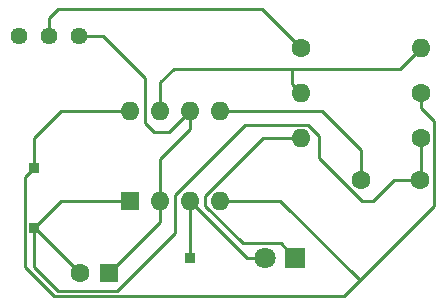
<source format=gbr>
%TF.GenerationSoftware,KiCad,Pcbnew,(5.1.6)-1*%
%TF.CreationDate,2020-09-25T13:44:17-07:00*%
%TF.ProjectId,555Timer,35353554-696d-4657-922e-6b696361645f,rev?*%
%TF.SameCoordinates,Original*%
%TF.FileFunction,Copper,L2,Bot*%
%TF.FilePolarity,Positive*%
%FSLAX46Y46*%
G04 Gerber Fmt 4.6, Leading zero omitted, Abs format (unit mm)*
G04 Created by KiCad (PCBNEW (5.1.6)-1) date 2020-09-25 13:44:17*
%MOMM*%
%LPD*%
G01*
G04 APERTURE LIST*
%TA.AperFunction,ComponentPad*%
%ADD10C,1.600000*%
%TD*%
%TA.AperFunction,ComponentPad*%
%ADD11O,1.600000X1.600000*%
%TD*%
%TA.AperFunction,ComponentPad*%
%ADD12R,1.600000X1.600000*%
%TD*%
%TA.AperFunction,ComponentPad*%
%ADD13R,1.800000X1.800000*%
%TD*%
%TA.AperFunction,ComponentPad*%
%ADD14C,1.800000*%
%TD*%
%TA.AperFunction,ComponentPad*%
%ADD15R,0.850000X0.850000*%
%TD*%
%TA.AperFunction,ComponentPad*%
%ADD16C,1.440000*%
%TD*%
%TA.AperFunction,Conductor*%
%ADD17C,0.250000*%
%TD*%
G04 APERTURE END LIST*
D10*
%TO.P,R2,1*%
%TO.N,Net-(R2-Pad1)*%
X144526000Y-69596000D03*
D11*
%TO.P,R2,2*%
%TO.N,Net-(R2-Pad2)*%
X154686000Y-69596000D03*
%TD*%
D12*
%TO.P,C1,1*%
%TO.N,Net-(C1-Pad1)*%
X128270000Y-88646000D03*
D10*
%TO.P,C1,2*%
%TO.N,GND*%
X125770000Y-88646000D03*
%TD*%
%TO.P,C2,1*%
%TO.N,Net-(C2-Pad1)*%
X149606000Y-80772000D03*
%TO.P,C2,2*%
%TO.N,GND*%
X154606000Y-80772000D03*
%TD*%
D13*
%TO.P,D1,1*%
%TO.N,Net-(D1-Pad1)*%
X144018000Y-87376000D03*
D14*
%TO.P,D1,2*%
%TO.N,Net-(D1-Pad2)*%
X141478000Y-87376000D03*
%TD*%
D15*
%TO.P,J1,1*%
%TO.N,Net-(D1-Pad2)*%
X135128000Y-87376000D03*
%TD*%
D11*
%TO.P,R3,2*%
%TO.N,Net-(R2-Pad2)*%
X144526000Y-73406000D03*
D10*
%TO.P,R3,1*%
%TO.N,+5V*%
X154686000Y-73406000D03*
%TD*%
D16*
%TO.P,RV1,3*%
%TO.N,Net-(RV1-Pad3)*%
X120650000Y-68580000D03*
%TO.P,RV1,2*%
%TO.N,Net-(R2-Pad1)*%
X123190000Y-68580000D03*
%TO.P,RV1,1*%
%TO.N,Net-(C1-Pad1)*%
X125730000Y-68580000D03*
%TD*%
D12*
%TO.P,U1,1*%
%TO.N,GND*%
X130048000Y-82550000D03*
D11*
%TO.P,U1,5*%
%TO.N,Net-(C2-Pad1)*%
X137668000Y-74930000D03*
%TO.P,U1,2*%
%TO.N,Net-(C1-Pad1)*%
X132588000Y-82550000D03*
%TO.P,U1,6*%
X135128000Y-74930000D03*
%TO.P,U1,3*%
%TO.N,Net-(D1-Pad2)*%
X135128000Y-82550000D03*
%TO.P,U1,7*%
%TO.N,Net-(R2-Pad2)*%
X132588000Y-74930000D03*
%TO.P,U1,4*%
%TO.N,+5V*%
X137668000Y-82550000D03*
%TO.P,U1,8*%
X130048000Y-74930000D03*
%TD*%
D15*
%TO.P,J2,1*%
%TO.N,GND*%
X121920000Y-84836000D03*
%TD*%
%TO.P,J3,1*%
%TO.N,+5V*%
X121920000Y-79756000D03*
%TD*%
D10*
%TO.P,R1,1*%
%TO.N,GND*%
X154686000Y-77216000D03*
D11*
%TO.P,R1,2*%
%TO.N,Net-(D1-Pad1)*%
X144526000Y-77216000D03*
%TD*%
D17*
%TO.N,Net-(C1-Pad1)*%
X132588000Y-84328000D02*
X128270000Y-88646000D01*
X132588000Y-82550000D02*
X132588000Y-84328000D01*
X135128000Y-74930000D02*
X135128000Y-76454000D01*
X132588000Y-78994000D02*
X132588000Y-82550000D01*
X135128000Y-76454000D02*
X132588000Y-78994000D01*
X135128000Y-74930000D02*
X133350000Y-76708000D01*
X133350000Y-76708000D02*
X132080000Y-76708000D01*
X132080000Y-76708000D02*
X131318000Y-75946000D01*
X131318000Y-75946000D02*
X131318000Y-72136000D01*
X127762000Y-68580000D02*
X125730000Y-68580000D01*
X131318000Y-72136000D02*
X127762000Y-68580000D01*
%TO.N,GND*%
X124206000Y-82550000D02*
X121920000Y-84836000D01*
X130048000Y-82550000D02*
X124206000Y-82550000D01*
X121960000Y-84836000D02*
X121920000Y-84836000D01*
X125770000Y-88646000D02*
X121960000Y-84836000D01*
X121920000Y-84836000D02*
X121920000Y-88138000D01*
X121920000Y-88138000D02*
X123952000Y-90170000D01*
X128931002Y-90170000D02*
X133858000Y-85243002D01*
X123952000Y-90170000D02*
X128931002Y-90170000D01*
X154686000Y-80692000D02*
X154606000Y-80772000D01*
X154686000Y-77216000D02*
X154686000Y-80692000D01*
X154606000Y-80772000D02*
X152400000Y-80772000D01*
X152400000Y-80772000D02*
X150622000Y-82550000D01*
X150622000Y-82550000D02*
X149718998Y-82550000D01*
X149718998Y-82550000D02*
X146050000Y-78881002D01*
X146050000Y-78881002D02*
X146050000Y-77074998D01*
X133858000Y-82042000D02*
X133858000Y-85243002D01*
X139809001Y-76090999D02*
X133858000Y-82042000D01*
X145066001Y-76090999D02*
X139809001Y-76090999D01*
X146050000Y-77074998D02*
X145066001Y-76090999D01*
%TO.N,Net-(C2-Pad1)*%
X137668000Y-74930000D02*
X146304000Y-74930000D01*
X149606000Y-78232000D02*
X149606000Y-80772000D01*
X146304000Y-74930000D02*
X149606000Y-78232000D01*
%TO.N,Net-(D1-Pad2)*%
X139954000Y-87376000D02*
X135128000Y-82550000D01*
X141478000Y-87376000D02*
X139954000Y-87376000D01*
X135128000Y-82550000D02*
X135128000Y-87376000D01*
%TO.N,Net-(R2-Pad1)*%
X123190000Y-68580000D02*
X123190000Y-67056000D01*
X123190000Y-67056000D02*
X123952000Y-66294000D01*
X141224000Y-66294000D02*
X144526000Y-69596000D01*
X123952000Y-66294000D02*
X141224000Y-66294000D01*
%TO.N,Net-(R2-Pad2)*%
X152908000Y-71374000D02*
X154686000Y-69596000D01*
X143764000Y-71374000D02*
X152908000Y-71374000D01*
X143764000Y-72644000D02*
X144526000Y-73406000D01*
X143764000Y-71374000D02*
X143764000Y-72644000D01*
X143764000Y-71374000D02*
X133731000Y-71374000D01*
X132588000Y-72517000D02*
X132588000Y-74930000D01*
X133731000Y-71374000D02*
X132588000Y-72517000D01*
%TO.N,+5V*%
X121920000Y-77216000D02*
X121920000Y-79756000D01*
X130048000Y-74930000D02*
X124206000Y-74930000D01*
X124206000Y-74930000D02*
X121920000Y-77216000D01*
X154686000Y-73406000D02*
X154686000Y-74676000D01*
X155811001Y-75801001D02*
X155811001Y-82948999D01*
X154686000Y-74676000D02*
X155811001Y-75801001D01*
X137668000Y-82550000D02*
X142748000Y-82550000D01*
X155811001Y-82948999D02*
X149479000Y-89281000D01*
X142748000Y-82550000D02*
X149479000Y-89281000D01*
X121169999Y-80506001D02*
X121920000Y-79756000D01*
X123640010Y-90620010D02*
X121169999Y-88149999D01*
X149479000Y-89281000D02*
X148139990Y-90620010D01*
X121169999Y-88149999D02*
X121169999Y-80506001D01*
X148139990Y-90620010D02*
X123640010Y-90620010D01*
%TO.N,Net-(D1-Pad1)*%
X141336998Y-77216000D02*
X136398000Y-82154998D01*
X144526000Y-77216000D02*
X141336998Y-77216000D01*
X142792999Y-86150999D02*
X144018000Y-87376000D01*
X139603997Y-86150999D02*
X142792999Y-86150999D01*
X136398000Y-82945002D02*
X139603997Y-86150999D01*
X136398000Y-82154998D02*
X136398000Y-82945002D01*
%TD*%
M02*

</source>
